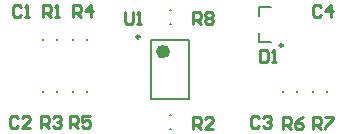
<source format=gto>
G04 Layer_Color=65535*
%FSLAX24Y24*%
%MOIN*%
G70*
G01*
G75*
%ADD19C,0.0098*%
%ADD20C,0.0236*%
%ADD21C,0.0079*%
%ADD22C,0.0100*%
D19*
X11252Y3291D02*
G03*
X11252Y3291I-49J0D01*
G01*
X6476Y3585D02*
G03*
X6476Y3585I-49J0D01*
G01*
D20*
X7382Y3091D02*
G03*
X7382Y3091I-118J0D01*
G01*
D21*
X10474Y4276D02*
Y4591D01*
X10868D01*
X10474Y3409D02*
Y3724D01*
Y3409D02*
X10868D01*
X4274Y3480D02*
Y3520D01*
X4726Y3480D02*
Y3520D01*
Y1730D02*
Y1770D01*
X4274Y1730D02*
Y1770D01*
X3274Y3480D02*
Y3520D01*
X3726Y3480D02*
Y3520D01*
X3274Y1730D02*
Y1770D01*
X3726Y1730D02*
Y1770D01*
X6870Y1516D02*
X8130D01*
X6870Y3484D02*
X8130D01*
Y1516D02*
Y3484D01*
X6870Y1516D02*
Y3484D01*
X12274Y1730D02*
Y1770D01*
X12726Y1730D02*
Y1770D01*
X11274Y1730D02*
Y1770D01*
X11726Y1730D02*
Y1770D01*
X7480Y4024D02*
X7520D01*
X7480Y4476D02*
X7520D01*
X7480Y976D02*
X7520D01*
X7480Y524D02*
X7520D01*
D22*
X2517Y4583D02*
X2450Y4650D01*
X2317D01*
X2250Y4583D01*
Y4317D01*
X2317Y4250D01*
X2450D01*
X2517Y4317D01*
X2650Y4250D02*
X2783D01*
X2717D01*
Y4650D01*
X2650Y4583D01*
X2417Y883D02*
X2350Y950D01*
X2217D01*
X2150Y883D01*
Y617D01*
X2217Y550D01*
X2350D01*
X2417Y617D01*
X2816Y550D02*
X2550D01*
X2816Y817D01*
Y883D01*
X2750Y950D01*
X2617D01*
X2550Y883D01*
X10467D02*
X10400Y950D01*
X10267D01*
X10200Y883D01*
Y617D01*
X10267Y550D01*
X10400D01*
X10467Y617D01*
X10600Y883D02*
X10667Y950D01*
X10800D01*
X10866Y883D01*
Y817D01*
X10800Y750D01*
X10733D01*
X10800D01*
X10866Y683D01*
Y617D01*
X10800Y550D01*
X10667D01*
X10600Y617D01*
X12517Y4583D02*
X12450Y4650D01*
X12317D01*
X12250Y4583D01*
Y4317D01*
X12317Y4250D01*
X12450D01*
X12517Y4317D01*
X12850Y4250D02*
Y4650D01*
X12650Y4450D01*
X12916D01*
X10500Y3150D02*
Y2750D01*
X10700D01*
X10767Y2817D01*
Y3083D01*
X10700Y3150D01*
X10500D01*
X10900Y2750D02*
X11033D01*
X10967D01*
Y3150D01*
X10900Y3083D01*
X6000Y4400D02*
Y4067D01*
X6067Y4000D01*
X6200D01*
X6267Y4067D01*
Y4400D01*
X6400Y4000D02*
X6533D01*
X6467D01*
Y4400D01*
X6400Y4333D01*
X3250Y4250D02*
Y4650D01*
X3450D01*
X3517Y4583D01*
Y4450D01*
X3450Y4383D01*
X3250D01*
X3383D02*
X3517Y4250D01*
X3650D02*
X3783D01*
X3717D01*
Y4650D01*
X3650Y4583D01*
X8250Y500D02*
Y900D01*
X8450D01*
X8517Y833D01*
Y700D01*
X8450Y633D01*
X8250D01*
X8383D02*
X8517Y500D01*
X8916D02*
X8650D01*
X8916Y767D01*
Y833D01*
X8850Y900D01*
X8717D01*
X8650Y833D01*
X3200Y550D02*
Y950D01*
X3400D01*
X3467Y883D01*
Y750D01*
X3400Y683D01*
X3200D01*
X3333D02*
X3467Y550D01*
X3600Y883D02*
X3667Y950D01*
X3800D01*
X3866Y883D01*
Y817D01*
X3800Y750D01*
X3733D01*
X3800D01*
X3866Y683D01*
Y617D01*
X3800Y550D01*
X3667D01*
X3600Y617D01*
X4250Y4250D02*
Y4650D01*
X4450D01*
X4517Y4583D01*
Y4450D01*
X4450Y4383D01*
X4250D01*
X4383D02*
X4517Y4250D01*
X4850D02*
Y4650D01*
X4650Y4450D01*
X4916D01*
X4150Y550D02*
Y950D01*
X4350D01*
X4417Y883D01*
Y750D01*
X4350Y683D01*
X4150D01*
X4283D02*
X4417Y550D01*
X4816Y950D02*
X4550D01*
Y750D01*
X4683Y817D01*
X4750D01*
X4816Y750D01*
Y617D01*
X4750Y550D01*
X4617D01*
X4550Y617D01*
X11250Y500D02*
Y900D01*
X11450D01*
X11517Y833D01*
Y700D01*
X11450Y633D01*
X11250D01*
X11383D02*
X11517Y500D01*
X11916Y900D02*
X11783Y833D01*
X11650Y700D01*
Y567D01*
X11717Y500D01*
X11850D01*
X11916Y567D01*
Y633D01*
X11850Y700D01*
X11650D01*
X12250Y500D02*
Y900D01*
X12450D01*
X12517Y833D01*
Y700D01*
X12450Y633D01*
X12250D01*
X12383D02*
X12517Y500D01*
X12650Y900D02*
X12916D01*
Y833D01*
X12650Y567D01*
Y500D01*
X8250Y4000D02*
Y4400D01*
X8450D01*
X8517Y4333D01*
Y4200D01*
X8450Y4133D01*
X8250D01*
X8383D02*
X8517Y4000D01*
X8650Y4333D02*
X8717Y4400D01*
X8850D01*
X8916Y4333D01*
Y4267D01*
X8850Y4200D01*
X8916Y4133D01*
Y4067D01*
X8850Y4000D01*
X8717D01*
X8650Y4067D01*
Y4133D01*
X8717Y4200D01*
X8650Y4267D01*
Y4333D01*
X8717Y4200D02*
X8850D01*
M02*

</source>
